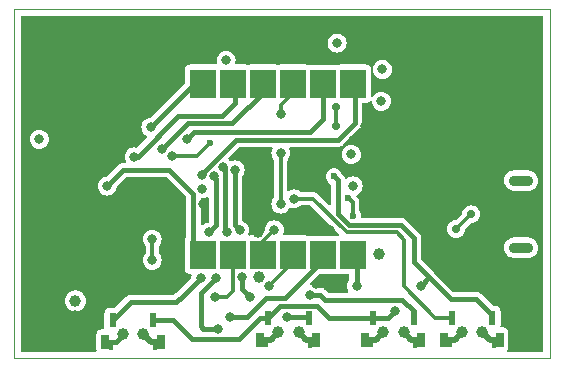
<source format=gbr>
%TF.GenerationSoftware,KiCad,Pcbnew,7.0.6*%
%TF.CreationDate,2024-03-03T22:58:42+08:00*%
%TF.ProjectId,Digital Clock,44696769-7461-46c2-9043-6c6f636b2e6b,_____*%
%TF.SameCoordinates,Original*%
%TF.FileFunction,Copper,L4,Bot*%
%TF.FilePolarity,Positive*%
%FSLAX46Y46*%
G04 Gerber Fmt 4.6, Leading zero omitted, Abs format (unit mm)*
G04 Created by KiCad (PCBNEW 7.0.6) date 2024-03-03 22:58:42*
%MOMM*%
%LPD*%
G01*
G04 APERTURE LIST*
%TA.AperFunction,ComponentPad*%
%ADD10C,0.650000*%
%TD*%
%TA.AperFunction,ComponentPad*%
%ADD11O,2.090000X0.930000*%
%TD*%
%TA.AperFunction,SMDPad,CuDef*%
%ADD12R,0.600000X1.200000*%
%TD*%
%TA.AperFunction,SMDPad,CuDef*%
%ADD13R,0.650000X1.300000*%
%TD*%
%TA.AperFunction,SMDPad,CuDef*%
%ADD14R,0.400000X0.650000*%
%TD*%
%TA.AperFunction,ComponentPad*%
%ADD15C,1.000000*%
%TD*%
%TA.AperFunction,SMDPad,CuDef*%
%ADD16R,2.200000X2.450000*%
%TD*%
%TA.AperFunction,ViaPad*%
%ADD17C,0.800000*%
%TD*%
%TA.AperFunction,ViaPad*%
%ADD18C,1.000000*%
%TD*%
%TA.AperFunction,ViaPad*%
%ADD19C,2.000000*%
%TD*%
%TA.AperFunction,ViaPad*%
%ADD20C,1.200000*%
%TD*%
%TA.AperFunction,ViaPad*%
%ADD21C,0.700000*%
%TD*%
%TA.AperFunction,ViaPad*%
%ADD22C,0.600000*%
%TD*%
%TA.AperFunction,Conductor*%
%ADD23C,0.300000*%
%TD*%
%TA.AperFunction,Conductor*%
%ADD24C,0.500000*%
%TD*%
%TA.AperFunction,Conductor*%
%ADD25C,0.400000*%
%TD*%
%TA.AperFunction,Profile*%
%ADD26C,0.100000*%
%TD*%
G04 APERTURE END LIST*
D10*
%TO.P,J1,6,Shield*%
%TO.N,GND*%
X84237500Y-38760000D03*
X84237500Y-34760000D03*
D11*
%TO.P,J1,7*%
%TO.N,N/C*%
X86337500Y-39590000D03*
X86337500Y-33910000D03*
%TD*%
D12*
%TO.P,SW2,1,1*%
%TO.N,/P3.2*%
X55206000Y-45720000D03*
%TO.P,SW2,2,2*%
%TO.N,/P1.4*%
X51756000Y-45720000D03*
D13*
%TO.P,SW2,3*%
%TO.N,N/C*%
X51116000Y-47560000D03*
D14*
X51636000Y-47880000D03*
X55316000Y-47890000D03*
D13*
X55836000Y-47570000D03*
D15*
%TO.P,SW2,4*%
X52656000Y-46920000D03*
X54356000Y-46920000D03*
%TD*%
D12*
%TO.P,SW5,1,1*%
%TO.N,/P3.2*%
X73790000Y-45540000D03*
%TO.P,SW5,2,2*%
%TO.N,/P5.4*%
X77240000Y-45540000D03*
D13*
%TO.P,SW5,3*%
%TO.N,N/C*%
X73150000Y-47380000D03*
D14*
X73670000Y-47700000D03*
X77350000Y-47710000D03*
D13*
X77870000Y-47390000D03*
D15*
%TO.P,SW5,4*%
X74690000Y-46740000D03*
X76390000Y-46740000D03*
%TD*%
D16*
%TO.P,D1,1,DIG1*%
%TO.N,/DIG1*%
X72110000Y-25700000D03*
%TO.P,D1,2,DIG2*%
%TO.N,/DIG4*%
X64490000Y-25695000D03*
%TO.P,D1,3,DIG3*%
%TO.N,/DIG2*%
X61950000Y-25700000D03*
%TO.P,D1,4,DIG4*%
%TO.N,/DIG3*%
X59410000Y-40175000D03*
%TO.P,D1,5,A*%
%TO.N,/A*%
X69570000Y-25705000D03*
%TO.P,D1,6,B*%
%TO.N,/B*%
X59410000Y-25690000D03*
%TO.P,D1,7,C*%
%TO.N,/C*%
X64490000Y-40180000D03*
%TO.P,D1,8,D*%
%TO.N,/D*%
X69570000Y-40190000D03*
%TO.P,D1,9,E*%
%TO.N,/E*%
X72110000Y-40185000D03*
%TO.P,D1,10,F*%
%TO.N,/F*%
X67030000Y-25695000D03*
%TO.P,D1,11,G*%
%TO.N,/G*%
X61950000Y-40185000D03*
%TO.P,D1,12,H*%
%TO.N,/DP*%
X67030000Y-40180000D03*
%TD*%
D12*
%TO.P,SW1,1,1*%
%TO.N,/P5.5*%
X80450000Y-45540000D03*
%TO.P,SW1,2,2*%
%TO.N,/P3.2*%
X83900000Y-45540000D03*
D13*
%TO.P,SW1,3*%
%TO.N,N/C*%
X79810000Y-47380000D03*
D14*
X80330000Y-47700000D03*
X84010000Y-47710000D03*
D13*
X84530000Y-47390000D03*
D15*
%TO.P,SW1,4*%
X81350000Y-46740000D03*
X83050000Y-46740000D03*
%TD*%
D12*
%TO.P,SW3,1,1*%
%TO.N,/P3.2*%
X64900000Y-45540000D03*
%TO.P,SW3,2,2*%
%TO.N,/P1.5*%
X68350000Y-45540000D03*
D13*
%TO.P,SW3,3*%
%TO.N,N/C*%
X64260000Y-47380000D03*
D14*
X64780000Y-47700000D03*
X68460000Y-47710000D03*
D13*
X68980000Y-47390000D03*
D15*
%TO.P,SW3,4*%
X65800000Y-46740000D03*
X67500000Y-46740000D03*
%TD*%
D17*
%TO.N,GND*%
X68808600Y-38023800D03*
D18*
X64058800Y-38227000D03*
D17*
X68961000Y-42697400D03*
D18*
%TO.N,VCC*%
X64109600Y-42037000D03*
D17*
%TO.N,GND*%
X72110000Y-30460000D03*
X85400000Y-22650000D03*
X70200000Y-38100000D03*
D19*
X86900000Y-21199999D03*
D17*
%TO.N,/P1.1*%
X45550000Y-30410000D03*
D20*
%TO.N,GND*%
X79000000Y-33100000D03*
D18*
X81900000Y-35400000D03*
D17*
X48600000Y-45300000D03*
D20*
X86350000Y-32000000D03*
X86337907Y-41700667D03*
D19*
X45100000Y-46700000D03*
D17*
X59450000Y-35890000D03*
X73130000Y-29320000D03*
D19*
X86900000Y-46700000D03*
X45100000Y-21200000D03*
D17*
X53810000Y-34000000D03*
X85400000Y-30850000D03*
X77250000Y-20850000D03*
D18*
%TO.N,VCC*%
X48610000Y-44100000D03*
D17*
X72110000Y-34360000D03*
X74500000Y-27200000D03*
X59330000Y-34600000D03*
X71970000Y-31690000D03*
X70760000Y-22260000D03*
X74600000Y-24500000D03*
D18*
X74300000Y-40100000D03*
D17*
X61370000Y-23740000D03*
%TO.N,/DIG1*%
X59290000Y-33420000D03*
%TO.N,/DIG4*%
X55900000Y-31200000D03*
%TO.N,/DIG2*%
X53600000Y-31900000D03*
%TO.N,/DIG3*%
X51290000Y-34370000D03*
%TO.N,/A*%
X58050000Y-30350000D03*
%TO.N,/B*%
X55000000Y-29400000D03*
%TO.N,/C*%
X65455800Y-38074600D03*
%TO.N,/D*%
X61710000Y-45460000D03*
%TO.N,/E*%
X72410000Y-42860000D03*
%TO.N,/F*%
X66000000Y-28300000D03*
X66000000Y-31600000D03*
X55110000Y-38860000D03*
X55110000Y-40660000D03*
X66000000Y-35900000D03*
%TO.N,/G*%
X60410000Y-43760000D03*
%TO.N,/DP*%
X65010000Y-42860000D03*
D21*
%TO.N,/UD+*%
X82110000Y-36760000D03*
X80840000Y-38010000D03*
%TO.N,/P3.7*%
X70660000Y-29280000D03*
X70660000Y-27680000D03*
D17*
%TO.N,/P3.2*%
X77851000Y-42799000D03*
D22*
X70510000Y-33560000D03*
D17*
X75692000Y-44958000D03*
%TO.N,/P1.4*%
X59210000Y-42160000D03*
X60310000Y-33560000D03*
X59910000Y-38260000D03*
%TO.N,/P1.5*%
X61470000Y-38270000D03*
X66548000Y-45466000D03*
X60510000Y-42160000D03*
X60706000Y-46482000D03*
X61110000Y-32760000D03*
%TO.N,/P5.4*%
X62500000Y-38100000D03*
X62130000Y-33000000D03*
X68453000Y-43561000D03*
X63400000Y-43800000D03*
X62700000Y-42100000D03*
D22*
%TO.N,/TX*%
X71710000Y-35360000D03*
X72100000Y-36900000D03*
%TO.N,/P1.3*%
X59980000Y-30730000D03*
D17*
X56780000Y-31810000D03*
%TO.N,/P5.5*%
X67110000Y-35460000D03*
%TD*%
D23*
%TO.N,/C*%
X64490000Y-39040400D02*
X64490000Y-40180000D01*
X65455800Y-38074600D02*
X64490000Y-39040400D01*
%TO.N,/DP*%
X65010000Y-42860000D02*
X67030000Y-40840000D01*
D24*
%TO.N,GND*%
X74050000Y-47380000D02*
X74690000Y-46740000D01*
X64260000Y-47380000D02*
X65160000Y-47380000D01*
D25*
X51116000Y-47560000D02*
X52016000Y-47560000D01*
D24*
X55836000Y-47570000D02*
X55006000Y-47570000D01*
X68980000Y-47390000D02*
X68150000Y-47390000D01*
X77040000Y-47390000D02*
X76390000Y-46740000D01*
D25*
X52016000Y-47560000D02*
X52656000Y-46920000D01*
D24*
X65160000Y-47380000D02*
X65800000Y-46740000D01*
D25*
X52610000Y-46680000D02*
X52670000Y-46680000D01*
D24*
X68150000Y-47390000D02*
X67500000Y-46740000D01*
X55006000Y-47570000D02*
X54356000Y-46920000D01*
X73150000Y-47380000D02*
X74050000Y-47380000D01*
X79810000Y-47380000D02*
X80710000Y-47380000D01*
X84530000Y-47390000D02*
X83700000Y-47390000D01*
X77870000Y-47390000D02*
X77040000Y-47390000D01*
X80710000Y-47380000D02*
X81350000Y-46740000D01*
X83700000Y-47390000D02*
X83050000Y-46740000D01*
D25*
%TO.N,/DIG1*%
X62190000Y-30480000D02*
X70800000Y-30480000D01*
X72250000Y-29030000D02*
X72250000Y-25730000D01*
X70800000Y-30480000D02*
X72250000Y-29030000D01*
X59290000Y-33420000D02*
X59290000Y-33380000D01*
X59290000Y-33380000D02*
X62190000Y-30480000D01*
%TO.N,/DIG4*%
X55970000Y-31200000D02*
X58110000Y-29060000D01*
X55900000Y-31200000D02*
X55970000Y-31200000D01*
X64630000Y-26320000D02*
X64630000Y-25725000D01*
X61890000Y-29060000D02*
X64630000Y-26320000D01*
X58110000Y-29060000D02*
X61890000Y-29060000D01*
%TO.N,/DIG2*%
X53600000Y-31900000D02*
X53870000Y-31900000D01*
X53870000Y-31900000D02*
X57320000Y-28450000D01*
X62090000Y-27355000D02*
X62090000Y-25730000D01*
X60995000Y-28450000D02*
X62090000Y-27355000D01*
X57320000Y-28450000D02*
X60995000Y-28450000D01*
%TO.N,/DIG3*%
X58600000Y-39255000D02*
X59550000Y-40205000D01*
X52660000Y-33000000D02*
X56550000Y-33000000D01*
X58600000Y-35050000D02*
X58600000Y-39255000D01*
X51290000Y-34370000D02*
X52660000Y-33000000D01*
X56550000Y-33000000D02*
X58600000Y-35050000D01*
%TO.N,/A*%
X68510000Y-29760000D02*
X69570000Y-28700000D01*
X69570000Y-28700000D02*
X69570000Y-25705000D01*
X58050000Y-30350000D02*
X58640000Y-29760000D01*
X58640000Y-29760000D02*
X68510000Y-29760000D01*
%TO.N,/B*%
X58680000Y-25690000D02*
X59410000Y-25690000D01*
X55000000Y-29370000D02*
X58680000Y-25690000D01*
X55000000Y-29400000D02*
X55000000Y-29370000D01*
%TO.N,/D*%
X61710000Y-45460000D02*
X63140000Y-45460000D01*
X66340000Y-43860000D02*
X69570000Y-40630000D01*
X63140000Y-45460000D02*
X64740000Y-43860000D01*
X64740000Y-43860000D02*
X66340000Y-43860000D01*
%TO.N,/E*%
X72410000Y-42860000D02*
X72410000Y-40485000D01*
X72410000Y-40485000D02*
X72110000Y-40185000D01*
D23*
%TO.N,/F*%
X55110000Y-40660000D02*
X55110000Y-38860000D01*
X67030000Y-26470000D02*
X67030000Y-25695000D01*
X66000000Y-27500000D02*
X67030000Y-26470000D01*
X66000000Y-28300000D02*
X66000000Y-27500000D01*
X66000000Y-35900000D02*
X66000000Y-31600000D01*
%TO.N,/G*%
X60410000Y-43760000D02*
X61410000Y-43760000D01*
X61950000Y-43220000D02*
X61950000Y-40185000D01*
X61410000Y-43760000D02*
X61950000Y-43220000D01*
%TO.N,/DP*%
X67030000Y-40840000D02*
X67030000Y-40180000D01*
%TO.N,/UD+*%
X82090000Y-36760000D02*
X82110000Y-36760000D01*
X80840000Y-38010000D02*
X82090000Y-36760000D01*
%TO.N,/P3.7*%
X70660000Y-27680000D02*
X70660000Y-29280000D01*
D25*
%TO.N,/P3.2*%
X62458000Y-47282000D02*
X58458000Y-47282000D01*
X64900000Y-45540000D02*
X64200000Y-45540000D01*
X76200000Y-37700000D02*
X71800000Y-37700000D01*
X71800000Y-37700000D02*
X70810000Y-36710000D01*
X77250000Y-38750000D02*
X76200000Y-37700000D01*
X80392000Y-43942000D02*
X82550000Y-43942000D01*
X75110000Y-45540000D02*
X73790000Y-45540000D01*
X70810000Y-33860000D02*
X70510000Y-33560000D01*
X77250000Y-40800000D02*
X77250000Y-38750000D01*
X70050000Y-45540000D02*
X69050000Y-44540000D01*
X77250000Y-40800000D02*
X78550000Y-42100000D01*
X78550000Y-42100000D02*
X80392000Y-43942000D01*
X73790000Y-45540000D02*
X70050000Y-45540000D01*
X69050000Y-44540000D02*
X65900000Y-44540000D01*
X65900000Y-44540000D02*
X64900000Y-45540000D01*
X75692000Y-44958000D02*
X75110000Y-45540000D01*
X82550000Y-43942000D02*
X83900000Y-45292000D01*
X56896000Y-45720000D02*
X55206000Y-45720000D01*
X83900000Y-45292000D02*
X83900000Y-45540000D01*
X58458000Y-47282000D02*
X56896000Y-45720000D01*
X64200000Y-45540000D02*
X62458000Y-47282000D01*
X77851000Y-42799000D02*
X78550000Y-42100000D01*
X70810000Y-36710000D02*
X70810000Y-33860000D01*
%TO.N,/P1.4*%
X57150000Y-44196000D02*
X57404000Y-43942000D01*
X57458000Y-43942000D02*
X59210000Y-42190000D01*
X51756000Y-45720000D02*
X53280000Y-44196000D01*
X59210000Y-42190000D02*
X59210000Y-42160000D01*
X60500000Y-37670000D02*
X60500000Y-33750000D01*
X57404000Y-43942000D02*
X57458000Y-43942000D01*
X59910000Y-38260000D02*
X60500000Y-37670000D01*
X53280000Y-44196000D02*
X57150000Y-44196000D01*
X60500000Y-33750000D02*
X60310000Y-33560000D01*
%TO.N,/P1.5*%
X61300000Y-32950000D02*
X61300000Y-38100000D01*
X59210000Y-43460000D02*
X59210000Y-46260000D01*
X59432000Y-46482000D02*
X60706000Y-46482000D01*
X61110000Y-32760000D02*
X61300000Y-32950000D01*
X68276000Y-45466000D02*
X68350000Y-45540000D01*
X59210000Y-46260000D02*
X59432000Y-46482000D01*
X66548000Y-45466000D02*
X68276000Y-45466000D01*
X60510000Y-42160000D02*
X59210000Y-43460000D01*
X61300000Y-38100000D02*
X61470000Y-38270000D01*
%TO.N,/P5.4*%
X69342000Y-43561000D02*
X69781000Y-44000000D01*
X62500000Y-38100000D02*
X62500000Y-38030000D01*
X77240000Y-44982000D02*
X77240000Y-45540000D01*
X63400000Y-43800000D02*
X62700000Y-43100000D01*
X68453000Y-43561000D02*
X69342000Y-43561000D01*
X62500000Y-38030000D02*
X62130000Y-37660000D01*
X69781000Y-44000000D02*
X76258000Y-44000000D01*
X76258000Y-44000000D02*
X77240000Y-44982000D01*
X62700000Y-43100000D02*
X62700000Y-42100000D01*
X62130000Y-37660000D02*
X62130000Y-33000000D01*
D23*
%TO.N,/TX*%
X72100000Y-35750000D02*
X71710000Y-35360000D01*
X72100000Y-36900000D02*
X72100000Y-35750000D01*
%TO.N,/P1.3*%
X56780000Y-31810000D02*
X58900000Y-31810000D01*
X58900000Y-31810000D02*
X59980000Y-30730000D01*
%TO.N,/P5.5*%
X76400000Y-42872000D02*
X79068000Y-45540000D01*
X75800000Y-38300000D02*
X76400000Y-38900000D01*
X71600000Y-38300000D02*
X75800000Y-38300000D01*
X79068000Y-45540000D02*
X80450000Y-45540000D01*
X67110000Y-35460000D02*
X68760000Y-35460000D01*
X76400000Y-38900000D02*
X76400000Y-42872000D01*
X68760000Y-35460000D02*
X71600000Y-38300000D01*
%TD*%
%TA.AperFunction,Conductor*%
%TO.N,GND*%
G36*
X88193691Y-19978907D02*
G01*
X88229655Y-20028407D01*
X88234500Y-20059000D01*
X88234500Y-48301000D01*
X88215593Y-48359191D01*
X88166093Y-48395155D01*
X88135500Y-48400000D01*
X85282615Y-48400000D01*
X85224424Y-48381093D01*
X85188460Y-48331593D01*
X85188460Y-48270407D01*
X85194406Y-48256054D01*
X85240646Y-48165304D01*
X85255500Y-48071519D01*
X85255499Y-46708482D01*
X85255499Y-46708481D01*
X85255499Y-46708478D01*
X85255498Y-46708476D01*
X85240647Y-46614700D01*
X85240646Y-46614698D01*
X85240646Y-46614696D01*
X85183050Y-46501658D01*
X85093342Y-46411950D01*
X84980304Y-46354354D01*
X84980305Y-46354354D01*
X84886522Y-46339500D01*
X84886519Y-46339500D01*
X84689809Y-46339500D01*
X84631618Y-46320593D01*
X84595654Y-46271093D01*
X84592028Y-46225013D01*
X84600104Y-46174017D01*
X84600500Y-46171519D01*
X84600499Y-44908482D01*
X84600499Y-44908481D01*
X84600499Y-44908478D01*
X84600498Y-44908476D01*
X84600310Y-44907292D01*
X84596251Y-44881658D01*
X84585647Y-44814700D01*
X84585646Y-44814697D01*
X84585646Y-44814696D01*
X84528050Y-44701658D01*
X84438342Y-44611950D01*
X84325304Y-44554354D01*
X84325305Y-44554354D01*
X84231522Y-44539500D01*
X84231519Y-44539500D01*
X84037743Y-44539500D01*
X83979552Y-44520593D01*
X83967739Y-44510504D01*
X83004746Y-43547510D01*
X83000472Y-43542637D01*
X82978285Y-43513722D01*
X82978282Y-43513718D01*
X82978277Y-43513714D01*
X82978276Y-43513713D01*
X82867294Y-43428554D01*
X82852841Y-43417464D01*
X82852840Y-43417463D01*
X82852838Y-43417462D01*
X82706766Y-43356957D01*
X82706758Y-43356955D01*
X82589361Y-43341500D01*
X82550000Y-43336318D01*
X82549999Y-43336318D01*
X82513859Y-43341076D01*
X82507391Y-43341500D01*
X80681743Y-43341500D01*
X80623552Y-43322593D01*
X80611739Y-43312504D01*
X79004746Y-41705510D01*
X79000472Y-41700637D01*
X78978285Y-41671722D01*
X78978282Y-41671718D01*
X78978277Y-41671714D01*
X78978276Y-41671713D01*
X78949365Y-41649529D01*
X78944491Y-41645255D01*
X77879496Y-40580260D01*
X77851719Y-40525743D01*
X77850500Y-40510256D01*
X77850500Y-39542866D01*
X84888173Y-39542866D01*
X84898365Y-39730848D01*
X84898367Y-39730855D01*
X84948588Y-39911738D01*
X84948729Y-39912244D01*
X85036911Y-40078572D01*
X85036913Y-40078575D01*
X85158784Y-40222053D01*
X85158789Y-40222058D01*
X85308653Y-40335981D01*
X85308655Y-40335982D01*
X85308656Y-40335982D01*
X85308657Y-40335983D01*
X85479515Y-40415031D01*
X85663371Y-40455500D01*
X85663374Y-40455500D01*
X86964431Y-40455500D01*
X87104654Y-40440250D01*
X87283057Y-40380139D01*
X87444367Y-40283082D01*
X87581041Y-40153617D01*
X87686689Y-39997798D01*
X87756370Y-39822911D01*
X87786827Y-39637134D01*
X87776635Y-39449152D01*
X87726271Y-39267756D01*
X87638089Y-39101428D01*
X87574346Y-39026384D01*
X87516215Y-38957946D01*
X87516210Y-38957941D01*
X87366346Y-38844018D01*
X87366344Y-38844017D01*
X87195488Y-38764970D01*
X87195484Y-38764968D01*
X87095924Y-38743054D01*
X87011629Y-38724500D01*
X85710569Y-38724500D01*
X85570343Y-38739750D01*
X85391944Y-38799860D01*
X85391942Y-38799861D01*
X85230632Y-38896918D01*
X85230631Y-38896919D01*
X85093960Y-39026381D01*
X85093957Y-39026384D01*
X84988311Y-39182201D01*
X84918630Y-39357088D01*
X84904779Y-39441578D01*
X84888173Y-39542866D01*
X77850500Y-39542866D01*
X77850500Y-38792608D01*
X77850924Y-38786140D01*
X77855682Y-38750000D01*
X77855682Y-38749999D01*
X77849720Y-38704717D01*
X77835044Y-38593238D01*
X77832169Y-38586297D01*
X77774537Y-38447161D01*
X77774537Y-38447160D01*
X77770423Y-38441800D01*
X77756859Y-38424122D01*
X77678282Y-38321718D01*
X77678277Y-38321714D01*
X77678276Y-38321713D01*
X77649365Y-38299529D01*
X77644491Y-38295255D01*
X77359240Y-38010004D01*
X80084751Y-38010004D01*
X80103685Y-38178053D01*
X80103688Y-38178065D01*
X80159544Y-38337690D01*
X80159544Y-38337691D01*
X80229813Y-38449522D01*
X80249523Y-38480890D01*
X80369110Y-38600477D01*
X80512310Y-38690456D01*
X80550528Y-38703829D01*
X80671934Y-38746311D01*
X80671938Y-38746312D01*
X80671941Y-38746313D01*
X80671942Y-38746313D01*
X80671946Y-38746314D01*
X80839996Y-38765249D01*
X80840000Y-38765249D01*
X80840004Y-38765249D01*
X81008053Y-38746314D01*
X81008055Y-38746313D01*
X81008059Y-38746313D01*
X81167690Y-38690456D01*
X81310890Y-38600477D01*
X81430477Y-38480890D01*
X81520456Y-38337690D01*
X81576313Y-38178059D01*
X81588414Y-38070653D01*
X81613718Y-38014947D01*
X81616766Y-38011757D01*
X82089198Y-37539325D01*
X82143713Y-37511550D01*
X82148063Y-37510960D01*
X82278059Y-37496313D01*
X82437690Y-37440456D01*
X82580890Y-37350477D01*
X82700477Y-37230890D01*
X82790456Y-37087690D01*
X82846313Y-36928059D01*
X82846314Y-36928053D01*
X82865249Y-36760004D01*
X82865249Y-36759995D01*
X82846314Y-36591946D01*
X82846311Y-36591934D01*
X82823480Y-36526690D01*
X82790456Y-36432310D01*
X82771575Y-36402262D01*
X82700479Y-36289113D01*
X82700478Y-36289112D01*
X82700477Y-36289110D01*
X82580890Y-36169523D01*
X82580887Y-36169521D01*
X82580886Y-36169520D01*
X82437691Y-36079544D01*
X82278065Y-36023688D01*
X82278053Y-36023685D01*
X82110004Y-36004751D01*
X82109996Y-36004751D01*
X81941946Y-36023685D01*
X81941934Y-36023688D01*
X81782309Y-36079544D01*
X81782308Y-36079544D01*
X81639113Y-36169520D01*
X81519520Y-36289113D01*
X81429544Y-36432308D01*
X81429544Y-36432309D01*
X81373686Y-36591939D01*
X81373686Y-36591941D01*
X81364124Y-36676803D01*
X81338820Y-36732511D01*
X81335751Y-36735722D01*
X80838262Y-37233211D01*
X80783745Y-37260988D01*
X80779344Y-37261584D01*
X80671941Y-37273686D01*
X80671939Y-37273686D01*
X80512309Y-37329544D01*
X80512308Y-37329544D01*
X80369113Y-37419520D01*
X80249520Y-37539113D01*
X80159544Y-37682308D01*
X80159544Y-37682309D01*
X80103688Y-37841934D01*
X80103685Y-37841946D01*
X80084751Y-38009995D01*
X80084751Y-38010004D01*
X77359240Y-38010004D01*
X76654746Y-37305510D01*
X76650472Y-37300637D01*
X76628285Y-37271722D01*
X76628282Y-37271718D01*
X76628277Y-37271714D01*
X76628276Y-37271713D01*
X76502838Y-37175462D01*
X76356766Y-37114957D01*
X76356758Y-37114955D01*
X76239361Y-37099500D01*
X76200000Y-37094318D01*
X76199999Y-37094318D01*
X76163859Y-37099076D01*
X76157391Y-37099500D01*
X72893169Y-37099500D01*
X72834978Y-37080593D01*
X72799014Y-37031093D01*
X72794891Y-36988567D01*
X72805645Y-36900001D01*
X72805645Y-36899998D01*
X72801994Y-36869938D01*
X72785140Y-36731128D01*
X72724818Y-36572070D01*
X72668024Y-36489790D01*
X72650500Y-36433553D01*
X72650500Y-35759397D01*
X72651820Y-35720738D01*
X72652762Y-35693174D01*
X72642127Y-35649537D01*
X72641185Y-35644578D01*
X72635070Y-35600080D01*
X72627066Y-35581654D01*
X72621687Y-35565660D01*
X72616933Y-35546148D01*
X72594923Y-35507004D01*
X72592676Y-35502480D01*
X72584752Y-35484238D01*
X72574783Y-35461285D01*
X72574777Y-35461276D01*
X72562109Y-35445706D01*
X72552606Y-35431744D01*
X72542766Y-35414243D01*
X72542765Y-35414241D01*
X72511011Y-35382487D01*
X72507614Y-35378722D01*
X72497829Y-35366695D01*
X72479278Y-35343892D01*
X72479276Y-35343891D01*
X72479275Y-35343889D01*
X72462869Y-35332308D01*
X72449957Y-35321433D01*
X72429728Y-35301204D01*
X72401951Y-35246687D01*
X72401454Y-35243133D01*
X72399837Y-35229816D01*
X72395140Y-35191128D01*
X72395139Y-35191125D01*
X72395095Y-35190762D01*
X72406850Y-35130717D01*
X72451654Y-35089048D01*
X72458663Y-35086202D01*
X72459518Y-35085790D01*
X72459522Y-35085789D01*
X72612262Y-34989816D01*
X72739816Y-34862262D01*
X72835789Y-34709522D01*
X72895368Y-34539255D01*
X72915565Y-34360000D01*
X72895368Y-34180745D01*
X72888370Y-34160747D01*
X72864803Y-34093395D01*
X72835789Y-34010478D01*
X72765969Y-33899361D01*
X72743038Y-33862866D01*
X84888173Y-33862866D01*
X84898365Y-34050848D01*
X84898367Y-34050855D01*
X84934429Y-34180742D01*
X84948729Y-34232244D01*
X85036911Y-34398572D01*
X85036913Y-34398575D01*
X85158784Y-34542053D01*
X85158789Y-34542058D01*
X85308653Y-34655981D01*
X85308655Y-34655982D01*
X85308656Y-34655982D01*
X85308657Y-34655983D01*
X85479515Y-34735031D01*
X85663371Y-34775500D01*
X85663374Y-34775500D01*
X86964431Y-34775500D01*
X87104654Y-34760250D01*
X87283057Y-34700139D01*
X87444367Y-34603082D01*
X87581041Y-34473617D01*
X87686689Y-34317798D01*
X87756370Y-34142911D01*
X87786827Y-33957134D01*
X87776635Y-33769152D01*
X87726271Y-33587756D01*
X87638089Y-33421428D01*
X87626299Y-33407548D01*
X87516215Y-33277946D01*
X87516210Y-33277941D01*
X87366346Y-33164018D01*
X87366344Y-33164017D01*
X87195488Y-33084970D01*
X87195484Y-33084968D01*
X87095924Y-33063054D01*
X87011629Y-33044500D01*
X85710569Y-33044500D01*
X85570343Y-33059750D01*
X85391944Y-33119860D01*
X85391942Y-33119861D01*
X85230632Y-33216918D01*
X85230631Y-33216919D01*
X85093960Y-33346381D01*
X85093957Y-33346384D01*
X84988311Y-33502201D01*
X84918630Y-33677088D01*
X84898345Y-33800823D01*
X84888173Y-33862866D01*
X72743038Y-33862866D01*
X72739818Y-33857741D01*
X72739817Y-33857740D01*
X72739816Y-33857738D01*
X72612262Y-33730184D01*
X72612259Y-33730182D01*
X72612258Y-33730181D01*
X72459523Y-33634211D01*
X72289261Y-33574633D01*
X72289257Y-33574632D01*
X72110000Y-33554435D01*
X71930742Y-33574632D01*
X71930738Y-33574633D01*
X71760477Y-33634211D01*
X71760476Y-33634211D01*
X71607741Y-33730181D01*
X71607736Y-33730185D01*
X71564875Y-33773046D01*
X71510358Y-33800823D01*
X71449926Y-33791251D01*
X71406662Y-33747986D01*
X71396719Y-33715962D01*
X71395044Y-33703238D01*
X71334536Y-33557159D01*
X71317567Y-33535044D01*
X71238282Y-33431718D01*
X71238277Y-33431714D01*
X71238275Y-33431712D01*
X71221465Y-33418813D01*
X71189167Y-33375378D01*
X71134818Y-33232070D01*
X71038183Y-33092071D01*
X71030166Y-33084969D01*
X70910853Y-32979267D01*
X70910852Y-32979266D01*
X70760225Y-32900210D01*
X70760224Y-32900209D01*
X70760223Y-32900209D01*
X70595058Y-32859500D01*
X70595056Y-32859500D01*
X70424944Y-32859500D01*
X70424941Y-32859500D01*
X70259776Y-32900209D01*
X70109146Y-32979267D01*
X69981818Y-33092069D01*
X69981816Y-33092072D01*
X69962635Y-33119861D01*
X69885182Y-33232070D01*
X69830834Y-33375377D01*
X69824860Y-33391129D01*
X69805031Y-33554435D01*
X69804355Y-33560000D01*
X69824860Y-33728872D01*
X69885182Y-33887930D01*
X69976674Y-34020478D01*
X69981816Y-34027927D01*
X69981818Y-34027930D01*
X70109147Y-34140734D01*
X70156507Y-34165590D01*
X70199246Y-34209374D01*
X70209500Y-34253250D01*
X70209500Y-35891967D01*
X70190593Y-35950158D01*
X70141093Y-35986122D01*
X70079907Y-35986122D01*
X70040496Y-35961971D01*
X69155906Y-35077381D01*
X69110682Y-35028957D01*
X69110680Y-35028956D01*
X69072319Y-35005628D01*
X69068126Y-35002774D01*
X69032345Y-34975641D01*
X69032340Y-34975638D01*
X69013654Y-34968269D01*
X68998543Y-34960763D01*
X68981382Y-34950328D01*
X68981379Y-34950327D01*
X68981380Y-34950327D01*
X68957224Y-34943558D01*
X68938137Y-34938210D01*
X68933338Y-34936596D01*
X68891567Y-34920124D01*
X68879674Y-34918901D01*
X68871576Y-34918068D01*
X68855000Y-34914917D01*
X68835667Y-34909500D01*
X68835665Y-34909500D01*
X68790763Y-34909500D01*
X68785698Y-34909240D01*
X68763169Y-34906924D01*
X68741028Y-34904648D01*
X68741026Y-34904648D01*
X68741025Y-34904648D01*
X68721239Y-34908060D01*
X68704417Y-34909500D01*
X67732586Y-34909500D01*
X67674395Y-34890593D01*
X67662583Y-34880504D01*
X67612263Y-34830185D01*
X67612258Y-34830181D01*
X67459523Y-34734211D01*
X67289261Y-34674633D01*
X67289257Y-34674632D01*
X67110000Y-34654435D01*
X66930742Y-34674632D01*
X66930738Y-34674633D01*
X66760477Y-34734211D01*
X66760476Y-34734211D01*
X66702171Y-34770847D01*
X66642840Y-34785797D01*
X66586053Y-34763018D01*
X66553501Y-34711210D01*
X66550500Y-34687021D01*
X66550500Y-32222585D01*
X66569407Y-32164394D01*
X66579490Y-32152587D01*
X66629816Y-32102262D01*
X66725789Y-31949522D01*
X66785368Y-31779255D01*
X66795425Y-31690000D01*
X71164435Y-31690000D01*
X71184632Y-31869257D01*
X71184633Y-31869261D01*
X71244211Y-32039522D01*
X71244211Y-32039523D01*
X71338307Y-32189275D01*
X71340184Y-32192262D01*
X71467738Y-32319816D01*
X71467740Y-32319817D01*
X71467741Y-32319818D01*
X71619150Y-32414955D01*
X71620478Y-32415789D01*
X71643344Y-32423790D01*
X71790738Y-32475366D01*
X71790742Y-32475367D01*
X71790745Y-32475368D01*
X71970000Y-32495565D01*
X72149255Y-32475368D01*
X72319522Y-32415789D01*
X72472262Y-32319816D01*
X72599816Y-32192262D01*
X72695789Y-32039522D01*
X72755368Y-31869255D01*
X72775565Y-31690000D01*
X72755368Y-31510745D01*
X72741849Y-31472111D01*
X72723876Y-31420745D01*
X72695789Y-31340478D01*
X72651618Y-31270181D01*
X72599818Y-31187741D01*
X72599817Y-31187740D01*
X72599816Y-31187738D01*
X72472262Y-31060184D01*
X72472259Y-31060182D01*
X72472258Y-31060181D01*
X72319523Y-30964211D01*
X72149261Y-30904633D01*
X72149257Y-30904632D01*
X71970000Y-30884435D01*
X71790742Y-30904632D01*
X71790738Y-30904633D01*
X71620477Y-30964211D01*
X71620476Y-30964211D01*
X71467741Y-31060181D01*
X71340181Y-31187741D01*
X71244211Y-31340476D01*
X71244211Y-31340477D01*
X71184633Y-31510738D01*
X71184632Y-31510742D01*
X71164435Y-31690000D01*
X66795425Y-31690000D01*
X66805565Y-31600000D01*
X66785368Y-31420745D01*
X66782848Y-31413544D01*
X66732683Y-31270181D01*
X66725789Y-31250478D01*
X66725787Y-31250475D01*
X66725787Y-31250474D01*
X66714287Y-31232172D01*
X66699336Y-31172841D01*
X66722114Y-31116054D01*
X66773921Y-31083501D01*
X66798112Y-31080500D01*
X70757391Y-31080500D01*
X70763859Y-31080924D01*
X70799999Y-31085682D01*
X70800000Y-31085682D01*
X70800001Y-31085682D01*
X70840068Y-31080407D01*
X70956762Y-31065044D01*
X71102841Y-31004536D01*
X71135057Y-30979816D01*
X71155394Y-30964211D01*
X71228280Y-30908284D01*
X71228280Y-30908283D01*
X71228282Y-30908282D01*
X71250475Y-30879357D01*
X71254744Y-30874490D01*
X72644490Y-29484744D01*
X72649357Y-29480475D01*
X72678282Y-29458282D01*
X72686127Y-29448059D01*
X72770037Y-29338704D01*
X72774536Y-29332841D01*
X72835044Y-29186762D01*
X72850500Y-29069361D01*
X72855682Y-29030000D01*
X72850924Y-28993858D01*
X72850500Y-28987390D01*
X72850500Y-27424499D01*
X72869407Y-27366308D01*
X72918907Y-27330344D01*
X72949500Y-27325499D01*
X73241521Y-27325499D01*
X73241522Y-27325498D01*
X73303739Y-27315645D01*
X73335299Y-27310647D01*
X73335299Y-27310646D01*
X73335304Y-27310646D01*
X73448342Y-27253050D01*
X73529524Y-27171867D01*
X73584038Y-27144091D01*
X73644471Y-27153662D01*
X73687735Y-27196926D01*
X73697903Y-27230787D01*
X73714630Y-27379249D01*
X73714633Y-27379261D01*
X73774211Y-27549522D01*
X73774211Y-27549523D01*
X73856198Y-27680004D01*
X73870184Y-27702262D01*
X73997738Y-27829816D01*
X73997740Y-27829817D01*
X73997741Y-27829818D01*
X74026771Y-27848059D01*
X74150478Y-27925789D01*
X74218657Y-27949646D01*
X74320738Y-27985366D01*
X74320742Y-27985367D01*
X74320745Y-27985368D01*
X74500000Y-28005565D01*
X74679255Y-27985368D01*
X74849522Y-27925789D01*
X75002262Y-27829816D01*
X75129816Y-27702262D01*
X75225789Y-27549522D01*
X75285368Y-27379255D01*
X75305565Y-27200000D01*
X75285368Y-27020745D01*
X75225789Y-26850478D01*
X75129816Y-26697738D01*
X75002262Y-26570184D01*
X75002259Y-26570182D01*
X75002258Y-26570181D01*
X74849523Y-26474211D01*
X74679261Y-26414633D01*
X74679257Y-26414632D01*
X74500000Y-26394435D01*
X74320742Y-26414632D01*
X74320738Y-26414633D01*
X74150477Y-26474211D01*
X74150476Y-26474211D01*
X73997741Y-26570181D01*
X73870179Y-26697743D01*
X73793324Y-26820057D01*
X73746355Y-26859269D01*
X73685309Y-26863384D01*
X73633502Y-26830831D01*
X73610723Y-26774044D01*
X73610499Y-26767412D01*
X73610499Y-24630381D01*
X73629406Y-24572191D01*
X73678906Y-24536227D01*
X73740092Y-24536227D01*
X73789592Y-24572191D01*
X73807876Y-24619296D01*
X73812438Y-24659787D01*
X73814632Y-24679257D01*
X73814633Y-24679261D01*
X73874211Y-24849522D01*
X73874211Y-24849523D01*
X73970181Y-25002258D01*
X73970184Y-25002262D01*
X74097738Y-25129816D01*
X74250478Y-25225789D01*
X74318657Y-25249646D01*
X74420738Y-25285366D01*
X74420742Y-25285367D01*
X74420745Y-25285368D01*
X74600000Y-25305565D01*
X74779255Y-25285368D01*
X74949522Y-25225789D01*
X75102262Y-25129816D01*
X75229816Y-25002262D01*
X75325789Y-24849522D01*
X75385368Y-24679255D01*
X75405565Y-24500000D01*
X75385368Y-24320745D01*
X75325789Y-24150478D01*
X75303262Y-24114627D01*
X75229818Y-23997741D01*
X75229817Y-23997740D01*
X75229816Y-23997738D01*
X75102262Y-23870184D01*
X75102259Y-23870182D01*
X75102258Y-23870181D01*
X74949523Y-23774211D01*
X74779261Y-23714633D01*
X74779257Y-23714632D01*
X74600000Y-23694435D01*
X74420742Y-23714632D01*
X74420738Y-23714633D01*
X74250477Y-23774211D01*
X74250476Y-23774211D01*
X74097741Y-23870181D01*
X73970181Y-23997741D01*
X73874211Y-24150476D01*
X73874211Y-24150477D01*
X73814633Y-24320738D01*
X73814630Y-24320750D01*
X73803526Y-24419308D01*
X73778223Y-24475016D01*
X73725007Y-24505211D01*
X73664207Y-24498360D01*
X73619045Y-24457080D01*
X73607368Y-24423708D01*
X73595647Y-24349700D01*
X73595646Y-24349698D01*
X73595646Y-24349696D01*
X73538050Y-24236658D01*
X73448342Y-24146950D01*
X73335304Y-24089354D01*
X73335305Y-24089354D01*
X73241521Y-24074500D01*
X70978478Y-24074500D01*
X70884699Y-24089352D01*
X70884694Y-24089354D01*
X70880029Y-24091731D01*
X70819596Y-24101297D01*
X70802993Y-24095903D01*
X70802715Y-24096762D01*
X70795305Y-24094354D01*
X70701520Y-24079500D01*
X68438478Y-24079500D01*
X68344692Y-24094353D01*
X68341084Y-24095526D01*
X68337294Y-24095525D01*
X68337001Y-24095572D01*
X68336993Y-24095525D01*
X68279899Y-24095519D01*
X68265560Y-24089579D01*
X68255305Y-24084354D01*
X68161520Y-24069500D01*
X65898478Y-24069500D01*
X65804700Y-24084352D01*
X65797289Y-24086761D01*
X65796881Y-24085506D01*
X65744504Y-24093797D01*
X65722728Y-24086721D01*
X65722715Y-24086762D01*
X65715305Y-24084354D01*
X65621520Y-24069500D01*
X63358478Y-24069500D01*
X63264699Y-24084352D01*
X63264694Y-24084354D01*
X63260029Y-24086731D01*
X63199596Y-24096297D01*
X63182993Y-24090903D01*
X63182715Y-24091762D01*
X63175305Y-24089354D01*
X63081521Y-24074500D01*
X63081519Y-24074500D01*
X62240573Y-24074500D01*
X62182382Y-24055593D01*
X62146418Y-24006093D01*
X62146418Y-23944907D01*
X62147129Y-23942802D01*
X62155366Y-23919261D01*
X62155367Y-23919257D01*
X62155368Y-23919255D01*
X62175565Y-23740000D01*
X62155368Y-23560745D01*
X62095789Y-23390478D01*
X61999816Y-23237738D01*
X61872262Y-23110184D01*
X61872259Y-23110182D01*
X61872258Y-23110181D01*
X61719523Y-23014211D01*
X61549261Y-22954633D01*
X61549257Y-22954632D01*
X61370000Y-22934435D01*
X61190742Y-22954632D01*
X61190738Y-22954633D01*
X61020477Y-23014211D01*
X61020476Y-23014211D01*
X60867741Y-23110181D01*
X60740181Y-23237741D01*
X60644211Y-23390476D01*
X60644211Y-23390477D01*
X60584633Y-23560738D01*
X60584632Y-23560742D01*
X60564435Y-23740000D01*
X60584632Y-23919257D01*
X60584634Y-23919263D01*
X60589372Y-23932805D01*
X60590743Y-23993975D01*
X60555898Y-24044269D01*
X60498145Y-24064475D01*
X60495927Y-24064500D01*
X58278478Y-24064500D01*
X58278476Y-24064501D01*
X58184700Y-24079352D01*
X58184695Y-24079354D01*
X58071659Y-24136949D01*
X57981949Y-24226659D01*
X57924354Y-24339695D01*
X57909499Y-24433478D01*
X57909499Y-25570256D01*
X57890592Y-25628447D01*
X57880503Y-25640260D01*
X54941469Y-28579294D01*
X54886952Y-28607071D01*
X54882551Y-28607667D01*
X54820745Y-28614631D01*
X54820743Y-28614631D01*
X54650477Y-28674211D01*
X54650476Y-28674211D01*
X54497741Y-28770181D01*
X54370181Y-28897741D01*
X54274211Y-29050476D01*
X54274211Y-29050477D01*
X54214633Y-29220738D01*
X54214632Y-29220742D01*
X54194435Y-29400000D01*
X54214632Y-29579257D01*
X54214633Y-29579261D01*
X54274211Y-29749522D01*
X54274211Y-29749523D01*
X54370181Y-29902258D01*
X54370184Y-29902262D01*
X54497738Y-30029816D01*
X54497740Y-30029817D01*
X54497741Y-30029818D01*
X54634101Y-30115499D01*
X54673313Y-30162468D01*
X54677429Y-30223515D01*
X54651434Y-30269329D01*
X53837121Y-31083642D01*
X53782604Y-31111419D01*
X53756036Y-31112015D01*
X53600000Y-31094435D01*
X53420742Y-31114632D01*
X53420738Y-31114633D01*
X53250477Y-31174211D01*
X53250476Y-31174211D01*
X53097741Y-31270181D01*
X52970181Y-31397741D01*
X52874211Y-31550476D01*
X52874211Y-31550477D01*
X52814633Y-31720738D01*
X52814632Y-31720742D01*
X52794435Y-31900000D01*
X52814632Y-32079257D01*
X52814633Y-32079261D01*
X52874211Y-32249522D01*
X52876626Y-32254538D01*
X52875029Y-32255306D01*
X52888097Y-32307155D01*
X52865321Y-32363943D01*
X52813515Y-32396498D01*
X52789321Y-32399500D01*
X52702616Y-32399500D01*
X52696148Y-32399076D01*
X52660000Y-32394317D01*
X52659999Y-32394317D01*
X52492214Y-32416405D01*
X52481910Y-32423790D01*
X52357160Y-32475463D01*
X52231723Y-32571713D01*
X52231717Y-32571719D01*
X52209525Y-32600638D01*
X52205253Y-32605510D01*
X51265278Y-33545485D01*
X51210761Y-33573262D01*
X51206359Y-33573858D01*
X51110750Y-33584630D01*
X51110738Y-33584633D01*
X50940477Y-33644211D01*
X50940476Y-33644211D01*
X50787741Y-33740181D01*
X50660181Y-33867741D01*
X50564211Y-34020476D01*
X50564211Y-34020477D01*
X50504633Y-34190738D01*
X50504632Y-34190742D01*
X50484435Y-34370000D01*
X50504632Y-34549257D01*
X50504633Y-34549261D01*
X50564211Y-34719522D01*
X50564211Y-34719523D01*
X50660181Y-34872258D01*
X50660184Y-34872262D01*
X50787738Y-34999816D01*
X50787740Y-34999817D01*
X50787741Y-34999818D01*
X50929749Y-35089048D01*
X50940478Y-35095789D01*
X51004008Y-35118019D01*
X51110738Y-35155366D01*
X51110742Y-35155367D01*
X51110745Y-35155368D01*
X51290000Y-35175565D01*
X51469255Y-35155368D01*
X51639522Y-35095789D01*
X51792262Y-34999816D01*
X51919816Y-34872262D01*
X52015789Y-34719522D01*
X52075368Y-34549255D01*
X52086140Y-34453637D01*
X52111444Y-34397931D01*
X52114515Y-34394719D01*
X52879740Y-33629496D01*
X52934256Y-33601719D01*
X52949743Y-33600500D01*
X56260257Y-33600500D01*
X56318448Y-33619407D01*
X56330261Y-33629496D01*
X57970504Y-35269739D01*
X57998281Y-35324256D01*
X57999500Y-35339743D01*
X57999500Y-38655336D01*
X57983744Y-38703829D01*
X57985487Y-38704717D01*
X57924354Y-38824695D01*
X57909500Y-38918478D01*
X57909500Y-41431521D01*
X57909501Y-41431523D01*
X57924352Y-41525299D01*
X57924354Y-41525304D01*
X57981950Y-41638342D01*
X58071658Y-41728050D01*
X58184696Y-41785646D01*
X58278481Y-41800500D01*
X58348175Y-41800499D01*
X58406364Y-41819406D01*
X58442328Y-41868905D01*
X58442329Y-41930090D01*
X58441619Y-41932195D01*
X58424631Y-41980745D01*
X58410048Y-42110169D01*
X58384744Y-42165877D01*
X58381675Y-42169088D01*
X57169951Y-43380812D01*
X57137834Y-43402271D01*
X57101163Y-43417461D01*
X57101157Y-43417464D01*
X56975723Y-43513713D01*
X56975714Y-43513722D01*
X56953526Y-43542637D01*
X56949254Y-43547509D01*
X56930263Y-43566501D01*
X56875747Y-43594281D01*
X56860257Y-43595500D01*
X53322609Y-43595500D01*
X53316141Y-43595076D01*
X53280001Y-43590318D01*
X53279999Y-43590318D01*
X53123241Y-43610955D01*
X53123233Y-43610957D01*
X52977161Y-43671462D01*
X52887509Y-43740255D01*
X52851719Y-43767717D01*
X52851713Y-43767723D01*
X52829528Y-43796634D01*
X52825256Y-43801506D01*
X51936259Y-44690504D01*
X51881742Y-44718281D01*
X51866255Y-44719500D01*
X51424479Y-44719500D01*
X51424476Y-44719501D01*
X51330700Y-44734352D01*
X51330695Y-44734354D01*
X51217659Y-44791949D01*
X51127949Y-44881659D01*
X51070354Y-44994695D01*
X51055500Y-45088478D01*
X51055500Y-46351517D01*
X51062389Y-46395016D01*
X51052815Y-46455448D01*
X51009549Y-46498711D01*
X50964607Y-46509500D01*
X50759479Y-46509500D01*
X50759476Y-46509501D01*
X50665700Y-46524352D01*
X50665695Y-46524354D01*
X50552659Y-46581949D01*
X50462949Y-46671659D01*
X50405354Y-46784695D01*
X50390500Y-46878478D01*
X50390500Y-48241521D01*
X50390501Y-48241523D01*
X50397468Y-48285515D01*
X50387896Y-48345946D01*
X50344631Y-48389210D01*
X50299687Y-48400000D01*
X44099035Y-48400000D01*
X44040844Y-48381093D01*
X44004880Y-48331593D01*
X44000035Y-48300965D01*
X44001512Y-44100000D01*
X47704540Y-44100000D01*
X47724201Y-44287071D01*
X47724327Y-44288261D01*
X47782819Y-44468279D01*
X47782825Y-44468293D01*
X47854700Y-44592783D01*
X47877467Y-44632216D01*
X47877469Y-44632218D01*
X47978518Y-44744445D01*
X48004129Y-44772888D01*
X48157270Y-44884151D01*
X48330197Y-44961144D01*
X48515354Y-45000500D01*
X48515357Y-45000500D01*
X48704643Y-45000500D01*
X48704646Y-45000500D01*
X48889803Y-44961144D01*
X49062730Y-44884151D01*
X49215871Y-44772888D01*
X49342533Y-44632216D01*
X49437179Y-44468284D01*
X49495674Y-44288256D01*
X49515460Y-44100000D01*
X49495674Y-43911744D01*
X49437179Y-43731716D01*
X49437176Y-43731711D01*
X49437174Y-43731706D01*
X49373952Y-43622203D01*
X49342533Y-43567784D01*
X49279371Y-43497636D01*
X49215875Y-43427116D01*
X49215870Y-43427111D01*
X49126612Y-43362262D01*
X49062730Y-43315849D01*
X49062725Y-43315847D01*
X49062722Y-43315845D01*
X48889805Y-43238857D01*
X48889803Y-43238856D01*
X48889800Y-43238855D01*
X48889799Y-43238855D01*
X48850481Y-43230498D01*
X48704646Y-43199500D01*
X48515354Y-43199500D01*
X48397289Y-43224595D01*
X48330200Y-43238855D01*
X48330194Y-43238857D01*
X48157277Y-43315845D01*
X48157268Y-43315850D01*
X48004129Y-43427111D01*
X48004124Y-43427116D01*
X47877469Y-43567781D01*
X47877465Y-43567787D01*
X47782825Y-43731706D01*
X47782819Y-43731720D01*
X47724327Y-43911738D01*
X47724326Y-43911742D01*
X47724326Y-43911744D01*
X47704540Y-44100000D01*
X44001512Y-44100000D01*
X44002721Y-40660000D01*
X54304435Y-40660000D01*
X54324632Y-40839257D01*
X54324633Y-40839261D01*
X54384211Y-41009522D01*
X54384211Y-41009523D01*
X54480181Y-41162258D01*
X54480184Y-41162262D01*
X54607738Y-41289816D01*
X54760478Y-41385789D01*
X54828657Y-41409646D01*
X54930738Y-41445366D01*
X54930742Y-41445367D01*
X54930745Y-41445368D01*
X55110000Y-41465565D01*
X55289255Y-41445368D01*
X55459522Y-41385789D01*
X55612262Y-41289816D01*
X55739816Y-41162262D01*
X55835789Y-41009522D01*
X55895368Y-40839255D01*
X55915565Y-40660000D01*
X55895368Y-40480745D01*
X55886534Y-40455500D01*
X55860164Y-40380138D01*
X55835789Y-40310478D01*
X55818574Y-40283081D01*
X55739818Y-40157741D01*
X55739817Y-40157740D01*
X55739816Y-40157738D01*
X55689493Y-40107415D01*
X55661718Y-40052901D01*
X55660500Y-40037426D01*
X55660500Y-39482581D01*
X55679406Y-39424394D01*
X55689490Y-39412587D01*
X55739816Y-39362262D01*
X55835789Y-39209522D01*
X55895368Y-39039255D01*
X55915565Y-38860000D01*
X55895368Y-38680745D01*
X55835789Y-38510478D01*
X55780698Y-38422802D01*
X55739818Y-38357741D01*
X55739817Y-38357740D01*
X55739816Y-38357738D01*
X55612262Y-38230184D01*
X55612259Y-38230182D01*
X55612258Y-38230181D01*
X55459523Y-38134211D01*
X55289261Y-38074633D01*
X55289257Y-38074632D01*
X55110000Y-38054435D01*
X54930742Y-38074632D01*
X54930738Y-38074633D01*
X54760477Y-38134211D01*
X54760476Y-38134211D01*
X54607741Y-38230181D01*
X54480181Y-38357741D01*
X54384211Y-38510476D01*
X54384211Y-38510477D01*
X54324633Y-38680738D01*
X54324632Y-38680742D01*
X54304435Y-38860000D01*
X54324632Y-39039257D01*
X54324633Y-39039261D01*
X54384211Y-39209522D01*
X54384211Y-39209523D01*
X54480184Y-39362263D01*
X54530502Y-39412579D01*
X54558281Y-39467095D01*
X54559500Y-39482584D01*
X54559500Y-40037414D01*
X54540593Y-40095605D01*
X54530504Y-40107417D01*
X54480185Y-40157736D01*
X54480181Y-40157741D01*
X54384211Y-40310476D01*
X54384211Y-40310477D01*
X54324633Y-40480738D01*
X54324632Y-40480742D01*
X54304435Y-40660000D01*
X44002721Y-40660000D01*
X44004923Y-34397931D01*
X44006325Y-30410000D01*
X44744435Y-30410000D01*
X44764632Y-30589257D01*
X44764633Y-30589261D01*
X44824211Y-30759522D01*
X44824211Y-30759523D01*
X44917683Y-30908282D01*
X44920184Y-30912262D01*
X45047738Y-31039816D01*
X45047740Y-31039817D01*
X45047741Y-31039818D01*
X45191116Y-31129907D01*
X45200478Y-31135789D01*
X45237967Y-31148907D01*
X45370738Y-31195366D01*
X45370742Y-31195367D01*
X45370745Y-31195368D01*
X45550000Y-31215565D01*
X45729255Y-31195368D01*
X45899522Y-31135789D01*
X46052262Y-31039816D01*
X46179816Y-30912262D01*
X46275789Y-30759522D01*
X46335368Y-30589255D01*
X46355565Y-30410000D01*
X46335368Y-30230745D01*
X46332838Y-30223515D01*
X46298642Y-30125789D01*
X46275789Y-30060478D01*
X46179816Y-29907738D01*
X46052262Y-29780184D01*
X46052259Y-29780182D01*
X46052258Y-29780181D01*
X45899523Y-29684211D01*
X45729261Y-29624633D01*
X45729257Y-29624632D01*
X45550000Y-29604435D01*
X45370742Y-29624632D01*
X45370738Y-29624633D01*
X45200477Y-29684211D01*
X45200476Y-29684211D01*
X45047741Y-29780181D01*
X44920181Y-29907741D01*
X44824211Y-30060476D01*
X44824211Y-30060477D01*
X44764633Y-30230738D01*
X44764632Y-30230742D01*
X44744435Y-30410000D01*
X44006325Y-30410000D01*
X44009191Y-22260000D01*
X69954435Y-22260000D01*
X69974632Y-22439257D01*
X69974633Y-22439261D01*
X70034211Y-22609522D01*
X70034211Y-22609523D01*
X70130181Y-22762258D01*
X70130184Y-22762262D01*
X70257738Y-22889816D01*
X70257740Y-22889817D01*
X70257741Y-22889818D01*
X70360893Y-22954633D01*
X70410478Y-22985789D01*
X70478657Y-23009646D01*
X70580738Y-23045366D01*
X70580742Y-23045367D01*
X70580745Y-23045368D01*
X70760000Y-23065565D01*
X70939255Y-23045368D01*
X71109522Y-22985789D01*
X71262262Y-22889816D01*
X71389816Y-22762262D01*
X71485789Y-22609522D01*
X71545368Y-22439255D01*
X71565565Y-22260000D01*
X71545368Y-22080745D01*
X71485789Y-21910478D01*
X71389816Y-21757738D01*
X71262262Y-21630184D01*
X71262259Y-21630182D01*
X71262258Y-21630181D01*
X71109523Y-21534211D01*
X70939261Y-21474633D01*
X70939257Y-21474632D01*
X70760000Y-21454435D01*
X70580742Y-21474632D01*
X70580738Y-21474633D01*
X70410477Y-21534211D01*
X70410476Y-21534211D01*
X70257741Y-21630181D01*
X70130181Y-21757741D01*
X70034211Y-21910476D01*
X70034211Y-21910477D01*
X69974633Y-22080738D01*
X69974632Y-22080742D01*
X69954435Y-22260000D01*
X44009191Y-22260000D01*
X44009965Y-20058964D01*
X44028893Y-20000781D01*
X44078405Y-19964835D01*
X44108965Y-19960000D01*
X88135500Y-19960000D01*
X88193691Y-19978907D01*
G37*
%TD.AperFunction*%
%TA.AperFunction,Conductor*%
G36*
X70877001Y-41794099D02*
G01*
X70877282Y-41793237D01*
X70884690Y-41795643D01*
X70884696Y-41795646D01*
X70978481Y-41810500D01*
X71710500Y-41810499D01*
X71768691Y-41829406D01*
X71804655Y-41878906D01*
X71809500Y-41909499D01*
X71809500Y-42287414D01*
X71790593Y-42345605D01*
X71780512Y-42357409D01*
X71780189Y-42357731D01*
X71780181Y-42357741D01*
X71684211Y-42510476D01*
X71684211Y-42510477D01*
X71624633Y-42680738D01*
X71624632Y-42680742D01*
X71604435Y-42860000D01*
X71624632Y-43039257D01*
X71624633Y-43039261D01*
X71684211Y-43209522D01*
X71684212Y-43209525D01*
X71708280Y-43247828D01*
X71723231Y-43307159D01*
X71700452Y-43363946D01*
X71648646Y-43396499D01*
X71624455Y-43399500D01*
X70070743Y-43399500D01*
X70012552Y-43380593D01*
X70000739Y-43370504D01*
X69796744Y-43166508D01*
X69792470Y-43161634D01*
X69770286Y-43132723D01*
X69770285Y-43132722D01*
X69770282Y-43132718D01*
X69770277Y-43132714D01*
X69770276Y-43132713D01*
X69660021Y-43048112D01*
X69644841Y-43036464D01*
X69644840Y-43036463D01*
X69644838Y-43036462D01*
X69498766Y-42975957D01*
X69498758Y-42975955D01*
X69381361Y-42960500D01*
X69342000Y-42955318D01*
X69341999Y-42955318D01*
X69305859Y-42960076D01*
X69299391Y-42960500D01*
X69025585Y-42960500D01*
X68967394Y-42941593D01*
X68955587Y-42931509D01*
X68955262Y-42931184D01*
X68955259Y-42931182D01*
X68955258Y-42931181D01*
X68802523Y-42835211D01*
X68632261Y-42775633D01*
X68632249Y-42775630D01*
X68514203Y-42762330D01*
X68458495Y-42737027D01*
X68428300Y-42683811D01*
X68435151Y-42623010D01*
X68455281Y-42593952D01*
X69204739Y-41844494D01*
X69259256Y-41816718D01*
X69274743Y-41815499D01*
X70701521Y-41815499D01*
X70701522Y-41815498D01*
X70764661Y-41805499D01*
X70795299Y-41800647D01*
X70795299Y-41800646D01*
X70795304Y-41800646D01*
X70799958Y-41798274D01*
X70860386Y-41788700D01*
X70877001Y-41794099D01*
G37*
%TD.AperFunction*%
%TA.AperFunction,Conductor*%
G36*
X65260079Y-31099407D02*
G01*
X65296043Y-31148907D01*
X65296043Y-31210093D01*
X65285713Y-31232172D01*
X65274212Y-31250474D01*
X65274211Y-31250477D01*
X65214633Y-31420738D01*
X65214632Y-31420742D01*
X65194435Y-31600000D01*
X65214632Y-31779257D01*
X65214633Y-31779261D01*
X65274211Y-31949522D01*
X65274211Y-31949523D01*
X65355731Y-32079261D01*
X65370184Y-32102262D01*
X65420505Y-32152583D01*
X65448281Y-32207098D01*
X65449500Y-32222585D01*
X65449500Y-35277414D01*
X65430593Y-35335605D01*
X65420504Y-35347417D01*
X65370185Y-35397736D01*
X65370181Y-35397741D01*
X65274211Y-35550476D01*
X65274211Y-35550477D01*
X65214633Y-35720738D01*
X65214632Y-35720742D01*
X65194435Y-35900000D01*
X65214632Y-36079257D01*
X65214633Y-36079261D01*
X65274211Y-36249522D01*
X65274211Y-36249523D01*
X65370181Y-36402258D01*
X65370184Y-36402262D01*
X65497738Y-36529816D01*
X65650478Y-36625789D01*
X65718657Y-36649646D01*
X65820738Y-36685366D01*
X65820742Y-36685367D01*
X65820745Y-36685368D01*
X66000000Y-36705565D01*
X66179255Y-36685368D01*
X66349522Y-36625789D01*
X66502262Y-36529816D01*
X66629816Y-36402262D01*
X66722867Y-36254172D01*
X66769833Y-36214962D01*
X66830880Y-36210846D01*
X66839389Y-36213401D01*
X66930738Y-36245366D01*
X66930742Y-36245367D01*
X66930745Y-36245368D01*
X67110000Y-36265565D01*
X67289255Y-36245368D01*
X67459522Y-36185789D01*
X67612262Y-36089816D01*
X67637422Y-36064655D01*
X67662583Y-36039496D01*
X67717100Y-36011719D01*
X67732586Y-36010500D01*
X68490967Y-36010500D01*
X68549158Y-36029407D01*
X68560971Y-36039496D01*
X70929815Y-38408340D01*
X70957592Y-38462857D01*
X70948021Y-38523289D01*
X70904756Y-38566554D01*
X70890412Y-38572496D01*
X70884695Y-38574354D01*
X70880029Y-38576731D01*
X70819596Y-38586297D01*
X70802993Y-38580903D01*
X70802715Y-38581762D01*
X70795305Y-38579354D01*
X70701520Y-38564500D01*
X68438478Y-38564500D01*
X68344692Y-38579353D01*
X68341084Y-38580526D01*
X68337294Y-38580525D01*
X68337001Y-38580572D01*
X68336993Y-38580525D01*
X68279899Y-38580519D01*
X68265560Y-38574579D01*
X68255305Y-38569354D01*
X68161521Y-38554500D01*
X68161519Y-38554500D01*
X66275495Y-38554500D01*
X66217304Y-38535593D01*
X66181340Y-38486093D01*
X66181340Y-38424907D01*
X66182051Y-38422802D01*
X66241166Y-38253861D01*
X66241167Y-38253857D01*
X66241168Y-38253855D01*
X66261365Y-38074600D01*
X66241168Y-37895345D01*
X66181589Y-37725078D01*
X66157427Y-37686625D01*
X66085618Y-37572341D01*
X66085617Y-37572340D01*
X66085616Y-37572338D01*
X65958062Y-37444784D01*
X65958059Y-37444782D01*
X65958058Y-37444781D01*
X65805323Y-37348811D01*
X65635061Y-37289233D01*
X65635057Y-37289232D01*
X65455800Y-37269035D01*
X65276542Y-37289232D01*
X65276538Y-37289233D01*
X65106277Y-37348811D01*
X65106276Y-37348811D01*
X64953541Y-37444781D01*
X64825981Y-37572341D01*
X64730011Y-37725076D01*
X64730011Y-37725077D01*
X64670433Y-37895338D01*
X64670430Y-37895350D01*
X64650679Y-38070650D01*
X64625376Y-38126358D01*
X64622307Y-38129567D01*
X64226369Y-38525504D01*
X64171854Y-38553281D01*
X64156367Y-38554500D01*
X63358481Y-38554500D01*
X63342768Y-38556989D01*
X63282336Y-38547415D01*
X63239073Y-38504148D01*
X63229505Y-38443716D01*
X63233839Y-38426515D01*
X63285368Y-38279255D01*
X63305565Y-38100000D01*
X63285368Y-37920745D01*
X63225789Y-37750478D01*
X63209828Y-37725077D01*
X63129818Y-37597741D01*
X63129817Y-37597740D01*
X63129816Y-37597738D01*
X63002262Y-37470184D01*
X63002259Y-37470182D01*
X63002258Y-37470181D01*
X62849524Y-37374212D01*
X62849523Y-37374211D01*
X62849522Y-37374211D01*
X62796800Y-37355762D01*
X62748121Y-37318698D01*
X62730499Y-37262322D01*
X62730499Y-33572584D01*
X62749406Y-33514394D01*
X62759498Y-33502579D01*
X62759816Y-33502262D01*
X62855789Y-33349522D01*
X62915368Y-33179255D01*
X62935565Y-33000000D01*
X62915368Y-32820745D01*
X62855789Y-32650478D01*
X62845832Y-32634632D01*
X62759818Y-32497741D01*
X62759817Y-32497740D01*
X62759816Y-32497738D01*
X62632262Y-32370184D01*
X62632259Y-32370182D01*
X62632258Y-32370181D01*
X62479523Y-32274211D01*
X62309261Y-32214633D01*
X62309257Y-32214632D01*
X62130000Y-32194435D01*
X61950742Y-32214632D01*
X61950735Y-32214634D01*
X61821273Y-32259935D01*
X61760104Y-32261308D01*
X61718574Y-32236496D01*
X61612262Y-32130184D01*
X61612259Y-32130182D01*
X61612258Y-32130181D01*
X61612259Y-32130181D01*
X61580297Y-32110099D01*
X61541085Y-32063130D01*
X61536969Y-32002084D01*
X61562965Y-31956269D01*
X62409740Y-31109496D01*
X62464256Y-31081719D01*
X62479743Y-31080500D01*
X65201888Y-31080500D01*
X65260079Y-31099407D01*
G37*
%TD.AperFunction*%
%TA.AperFunction,Conductor*%
G36*
X59863945Y-35290698D02*
G01*
X59896498Y-35342504D01*
X59899499Y-35366695D01*
X59899499Y-37367146D01*
X59880592Y-37425337D01*
X59831092Y-37461301D01*
X59811584Y-37465523D01*
X59730750Y-37474630D01*
X59730738Y-37474633D01*
X59560477Y-37534211D01*
X59560476Y-37534211D01*
X59407741Y-37630181D01*
X59407738Y-37630183D01*
X59407738Y-37630184D01*
X59369501Y-37668420D01*
X59314987Y-37696196D01*
X59254555Y-37686625D01*
X59211290Y-37643360D01*
X59200500Y-37598415D01*
X59200500Y-35501754D01*
X59219407Y-35443563D01*
X59268907Y-35407599D01*
X59310584Y-35403377D01*
X59330000Y-35405565D01*
X59509255Y-35385368D01*
X59517489Y-35382487D01*
X59562619Y-35366695D01*
X59679522Y-35325789D01*
X59747827Y-35282869D01*
X59807158Y-35267919D01*
X59863945Y-35290698D01*
G37*
%TD.AperFunction*%
%TD*%
D26*
X43410000Y-19400000D02*
X88800000Y-19400000D01*
X88800000Y-48900000D01*
X43410000Y-48900000D01*
X43410000Y-19400000D01*
M02*

</source>
